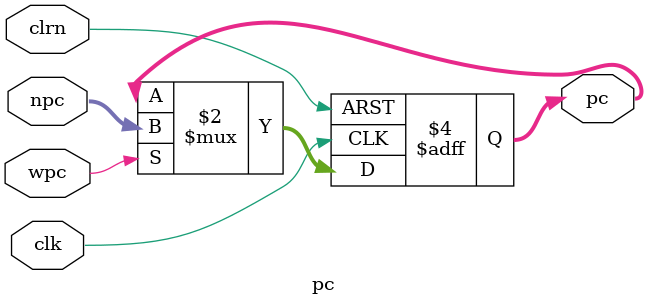
<source format=v>
`timescale 1ns / 1ps

module pc(
    input clk,clrn,wpc,

    input [31:0]npc,
    
    output reg[31:0]pc
);
    always @(posedge clk or posedge clrn) begin
        if (clrn) begin
            pc<=0;
        end else if (wpc) begin
            pc<=npc;
        end
    end
endmodule

</source>
